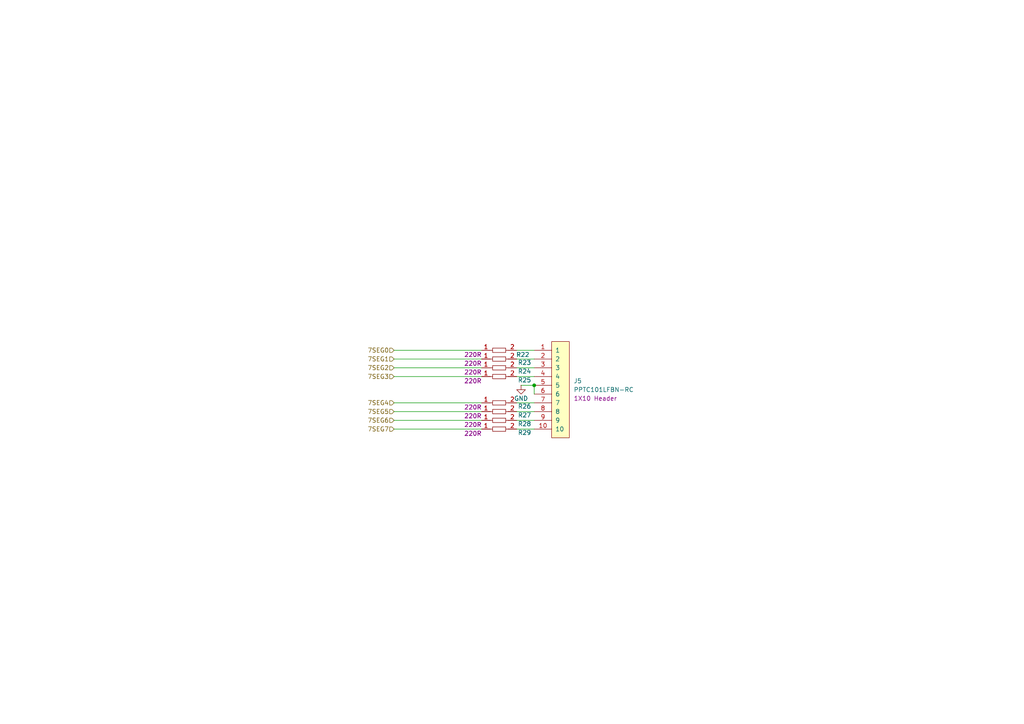
<source format=kicad_sch>
(kicad_sch (version 20231120) (generator "eeschema") (generator_version "8.0")
  (paper "A4")
  (lib_symbols
    (symbol "AVR-KiCAD-Lib-Connectors:PPTC101LFBN-RC" (pin_names (offset 1.016))
      (property "Reference" "J" (at -2.54 2.54 0))
      (property "Value" "PPTC101LFBN-RC" (at 8.89 -29.21 0))
      (property "_Value_" "1X10 Header" (at 5.08 -26.67 0))
      (symbol "PPTC101LFBN-RC_0_1"
        (rectangle (start 0 2.54) (end 5.08 -25.4) (fill (type background)))
      )
      (symbol "PPTC101LFBN-RC_1_1"
        (pin passive line (at -5.08 0 0) (length 5.08) (name "1") (number "1"))
        (pin passive line (at -5.08 -22.86 0) (length 5.08) (name "10") (number "10"))
        (pin passive line (at -5.08 -2.54 0) (length 5.08) (name "2") (number "2"))
        (pin passive line (at -5.08 -5.08 0) (length 5.08) (name "3") (number "3"))
        (pin passive line (at -5.08 -7.62 0) (length 5.08) (name "4") (number "4"))
        (pin passive line (at -5.08 -10.16 0) (length 5.08) (name "5") (number "5"))
        (pin passive line (at -5.08 -12.7 0) (length 5.08) (name "6") (number "6"))
        (pin passive line (at -5.08 -15.24 0) (length 5.08) (name "7") (number "7"))
        (pin passive line (at -5.08 -17.78 0) (length 5.08) (name "8") (number "8"))
        (pin passive line (at -5.08 -20.32 0) (length 5.08) (name "9") (number "9"))
      )
    )
    (symbol "AVR-KiCAD-Lib-Resistors:RC0402FR-07220RL" (pin_names (offset 1.016))
      (property "Reference" "R" (at -2.54 2.54 0))
      (property "Value" "RC0402FR-07220RL" (at 1.27 5.08 0))
      (property "_Value_" "220R" (at 58.42 63.5 0))
      (symbol "RC0402FR-07220RL_0_1"
        (rectangle (start -1.905 0.635) (end 1.905 -0.635))
        (polyline (pts (xy -2.54 0) (xy -1.905 0)))
        (polyline (pts (xy -1.905 0) (xy -1.905 0)))
        (polyline (pts (xy 1.905 0) (xy 1.905 0)))
        (polyline (pts (xy 2.54 0) (xy 1.905 0)))
      )
      (symbol "RC0402FR-07220RL_1_1"
        (pin passive line (at -5.08 0 0) (length 2.5146) (name "~") (number "1"))
        (pin passive line (at 5.08 0 180) (length 2.5146) (name "~") (number "2"))
      )
    )
    (symbol "power:GND" (power) (pin_numbers hide) (pin_names (offset 0) hide)
      (property "Value" "GND" (at 0 -3.81 0))
      (symbol "GND_0_1"
        (polyline (pts (xy 0 0) (xy 0 -1.27) (xy 1.27 -1.27) (xy 0 -2.54) (xy -1.27 -1.27) (xy 0 -1.27)))
      )
      (symbol "GND_1_1"
        (pin power_in line (at 0 0 270) (length 0) (name "~") (number "1"))
      )
    )
  )
  (junction (at 154.94 111.76))
  (wire (pts (xy 151.13 111.76) (xy 154.94 111.76)))
  (wire (pts (xy 114.3 119.38) (xy 139.7 119.38)))
  (wire (pts (xy 114.3 104.14) (xy 139.7 104.14)))
  (wire (pts (xy 114.3 101.6) (xy 139.7 101.6)))
  (wire (pts (xy 149.86 106.68) (xy 154.94 106.68)))
  (wire (pts (xy 149.86 101.6) (xy 154.94 101.6)))
  (wire (pts (xy 149.86 116.84) (xy 154.94 116.84)))
  (wire (pts (xy 114.3 106.68) (xy 139.7 106.68)))
  (wire (pts (xy 114.3 124.46) (xy 139.7 124.46)))
  (wire (pts (xy 149.86 109.22) (xy 154.94 109.22)))
  (wire (pts (xy 154.94 111.76) (xy 154.94 114.3)))
  (wire (pts (xy 114.3 116.84) (xy 139.7 116.84)))
  (wire (pts (xy 149.86 124.46) (xy 154.94 124.46)))
  (wire (pts (xy 149.86 104.14) (xy 154.94 104.14)))
  (wire (pts (xy 149.86 121.92) (xy 154.94 121.92)))
  (wire (pts (xy 114.3 109.22) (xy 139.7 109.22)))
  (wire (pts (xy 149.86 119.38) (xy 154.94 119.38)))
  (wire (pts (xy 114.3 121.92) (xy 139.7 121.92)))
  (hierarchical_label "7SEG6" (shape input) (at 114.3 121.92 180))
  (hierarchical_label "7SEG2" (shape input) (at 114.3 106.68 180))
  (hierarchical_label "7SEG4" (shape input) (at 114.3 116.84 180))
  (hierarchical_label "7SEG5" (shape input) (at 114.3 119.38 180))
  (hierarchical_label "7SEG0" (shape input) (at 114.3 101.6 180))
  (hierarchical_label "7SEG7" (shape input) (at 114.3 124.46 180))
  (hierarchical_label "7SEG3" (shape input) (at 114.3 109.22 180))
  (hierarchical_label "7SEG1" (shape input) (at 114.3 104.14 180))
  (symbol (lib_id "AVR-KiCAD-Lib-Resistors:RC0402FR-07220RL") (at 144.78 121.92 0) (unit 1)
    (property "Reference" "R28" (at 152.146 122.936 0))
    (property "Value" "RC0402FR-07220RL" (effects (hide yes)))
    (property "Footprint" "AVR-KiCAD-Lib-Resistors:R0402" (effects (hide yes)))
    (property "Datasheet" "https://www.yageo.com/upload/media/product/productsearch/datasheet/rchip/PYu-RC_Group_51_RoHS_L_10.pdf" (effects (hide yes)))
    (property "Description" "220 Ohms ±1% 0.063W, 1/16W Chip Resistor 0402 (1005 Metric) Moisture Resistant Thick Film" (effects (hide yes)))
    (property "Cost QTY: 1" "0.10000" (effects (hide yes)))
    (property "Cost QTY: 1000" "0.00289" (effects (hide yes)))
    (property "Cost QTY: 2500" "0.00251" (effects (hide yes)))
    (property "Cost QTY: 5000" "0.00207" (effects (hide yes)))
    (property "Cost QTY: 10000" "0.00163" (effects (hide yes)))
    (property "MFR" "Yageo" (effects (hide yes)))
    (property "MFR#" "RC0402FR-07220RL" (effects (hide yes)))
    (property "Vendor" "Yageo" (effects (hide yes)))
    (property "Vendor #" "311-220LRCT-ND" (effects (hide yes)))
    (property "Designer" "AVR" (effects (hide yes)))
    (property "Height" "0.4mm" (effects (hide yes)))
    (property "Date Created" "12/13/2019" (effects (hide yes)))
    (property "Date Modified" "12/13/2019" (effects (hide yes)))
    (property "Lead-Free ?" "Yes" (effects (hide yes)))
    (property "RoHS Levels" "1" (effects (hide yes)))
    (property "Mounting" "SMT" (effects (hide yes)))
    (property "Pin Count #" "2" (effects (hide yes)))
    (property "Status" "Active" (effects (hide yes)))
    (property "Tolerance" "1%" (effects (hide yes)))
    (property "Type" "Thick Film Resistor" (effects (hide yes)))
    (property "Voltage" "*" (effects (hide yes)))
    (property "Package" "0402" (effects (hide yes)))
    (property "_Value_" "220R" (at 137.16 123.19 0))
    (property "Management_ID" "*" (effects (hide yes)))
  )
  (symbol (lib_id "AVR-KiCAD-Lib-Resistors:RC0402FR-07220RL") (at 144.78 124.46 0) (unit 1)
    (property "Reference" "R29" (at 152.146 125.476 0))
    (property "Value" "RC0402FR-07220RL" (effects (hide yes)))
    (property "Footprint" "AVR-KiCAD-Lib-Resistors:R0402" (effects (hide yes)))
    (property "Datasheet" "https://www.yageo.com/upload/media/product/productsearch/datasheet/rchip/PYu-RC_Group_51_RoHS_L_10.pdf" (effects (hide yes)))
    (property "Description" "220 Ohms ±1% 0.063W, 1/16W Chip Resistor 0402 (1005 Metric) Moisture Resistant Thick Film" (effects (hide yes)))
    (property "Cost QTY: 1" "0.10000" (effects (hide yes)))
    (property "Cost QTY: 1000" "0.00289" (effects (hide yes)))
    (property "Cost QTY: 2500" "0.00251" (effects (hide yes)))
    (property "Cost QTY: 5000" "0.00207" (effects (hide yes)))
    (property "Cost QTY: 10000" "0.00163" (effects (hide yes)))
    (property "MFR" "Yageo" (effects (hide yes)))
    (property "MFR#" "RC0402FR-07220RL" (effects (hide yes)))
    (property "Vendor" "Yageo" (effects (hide yes)))
    (property "Vendor #" "311-220LRCT-ND" (effects (hide yes)))
    (property "Designer" "AVR" (effects (hide yes)))
    (property "Height" "0.4mm" (effects (hide yes)))
    (property "Date Created" "12/13/2019" (effects (hide yes)))
    (property "Date Modified" "12/13/2019" (effects (hide yes)))
    (property "Lead-Free ?" "Yes" (effects (hide yes)))
    (property "RoHS Levels" "1" (effects (hide yes)))
    (property "Mounting" "SMT" (effects (hide yes)))
    (property "Pin Count #" "2" (effects (hide yes)))
    (property "Status" "Active" (effects (hide yes)))
    (property "Tolerance" "1%" (effects (hide yes)))
    (property "Type" "Thick Film Resistor" (effects (hide yes)))
    (property "Voltage" "*" (effects (hide yes)))
    (property "Package" "0402" (effects (hide yes)))
    (property "_Value_" "220R" (at 137.16 125.73 0))
    (property "Management_ID" "*" (effects (hide yes)))
  )
  (symbol (lib_id "AVR-KiCAD-Lib-Resistors:RC0402FR-07220RL") (at 144.78 101.6 0) (unit 1)
    (property "Reference" "R22" (at 151.638 102.87 0))
    (property "Value" "RC0402FR-07220RL" (effects (hide yes)))
    (property "Footprint" "AVR-KiCAD-Lib-Resistors:R0402" (effects (hide yes)))
    (property "Datasheet" "https://www.yageo.com/upload/media/product/productsearch/datasheet/rchip/PYu-RC_Group_51_RoHS_L_10.pdf" (effects (hide yes)))
    (property "Description" "220 Ohms ±1% 0.063W, 1/16W Chip Resistor 0402 (1005 Metric) Moisture Resistant Thick Film" (effects (hide yes)))
    (property "Cost QTY: 1" "0.10000" (effects (hide yes)))
    (property "Cost QTY: 1000" "0.00289" (effects (hide yes)))
    (property "Cost QTY: 2500" "0.00251" (effects (hide yes)))
    (property "Cost QTY: 5000" "0.00207" (effects (hide yes)))
    (property "Cost QTY: 10000" "0.00163" (effects (hide yes)))
    (property "MFR" "Yageo" (effects (hide yes)))
    (property "MFR#" "RC0402FR-07220RL" (effects (hide yes)))
    (property "Vendor" "Yageo" (effects (hide yes)))
    (property "Vendor #" "311-220LRCT-ND" (effects (hide yes)))
    (property "Designer" "AVR" (effects (hide yes)))
    (property "Height" "0.4mm" (effects (hide yes)))
    (property "Date Created" "12/13/2019" (effects (hide yes)))
    (property "Date Modified" "12/13/2019" (effects (hide yes)))
    (property "Lead-Free ?" "Yes" (effects (hide yes)))
    (property "RoHS Levels" "1" (effects (hide yes)))
    (property "Mounting" "SMT" (effects (hide yes)))
    (property "Pin Count #" "2" (effects (hide yes)))
    (property "Status" "Active" (effects (hide yes)))
    (property "Tolerance" "1%" (effects (hide yes)))
    (property "Type" "Thick Film Resistor" (effects (hide yes)))
    (property "Voltage" "*" (effects (hide yes)))
    (property "Package" "0402" (effects (hide yes)))
    (property "_Value_" "220R" (at 137.16 102.87 0))
    (property "Management_ID" "*" (effects (hide yes)))
  )
  (symbol (lib_id "AVR-KiCAD-Lib-Resistors:RC0402FR-07220RL") (at 144.78 104.14 0) (unit 1)
    (property "Reference" "R23" (at 152.146 105.156 0))
    (property "Value" "RC0402FR-07220RL" (effects (hide yes)))
    (property "Footprint" "AVR-KiCAD-Lib-Resistors:R0402" (effects (hide yes)))
    (property "Datasheet" "https://www.yageo.com/upload/media/product/productsearch/datasheet/rchip/PYu-RC_Group_51_RoHS_L_10.pdf" (effects (hide yes)))
    (property "Description" "220 Ohms ±1% 0.063W, 1/16W Chip Resistor 0402 (1005 Metric) Moisture Resistant Thick Film" (effects (hide yes)))
    (property "Cost QTY: 1" "0.10000" (effects (hide yes)))
    (property "Cost QTY: 1000" "0.00289" (effects (hide yes)))
    (property "Cost QTY: 2500" "0.00251" (effects (hide yes)))
    (property "Cost QTY: 5000" "0.00207" (effects (hide yes)))
    (property "Cost QTY: 10000" "0.00163" (effects (hide yes)))
    (property "MFR" "Yageo" (effects (hide yes)))
    (property "MFR#" "RC0402FR-07220RL" (effects (hide yes)))
    (property "Vendor" "Yageo" (effects (hide yes)))
    (property "Vendor #" "311-220LRCT-ND" (effects (hide yes)))
    (property "Designer" "AVR" (effects (hide yes)))
    (property "Height" "0.4mm" (effects (hide yes)))
    (property "Date Created" "12/13/2019" (effects (hide yes)))
    (property "Date Modified" "12/13/2019" (effects (hide yes)))
    (property "Lead-Free ?" "Yes" (effects (hide yes)))
    (property "RoHS Levels" "1" (effects (hide yes)))
    (property "Mounting" "SMT" (effects (hide yes)))
    (property "Pin Count #" "2" (effects (hide yes)))
    (property "Status" "Active" (effects (hide yes)))
    (property "Tolerance" "1%" (effects (hide yes)))
    (property "Type" "Thick Film Resistor" (effects (hide yes)))
    (property "Voltage" "*" (effects (hide yes)))
    (property "Package" "0402" (effects (hide yes)))
    (property "_Value_" "220R" (at 137.16 105.41 0))
    (property "Management_ID" "*" (effects (hide yes)))
  )
  (symbol (lib_id "AVR-KiCAD-Lib-Connectors:PPTC101LFBN-RC") (at 160.02 101.6 0) (unit 1)
    (property "Reference" "J5" (at 166.37 110.4899 0) (effects (justify left)))
    (property "Value" "PPTC101LFBN-RC" (at 166.37 113.0299 0) (effects (justify left)))
    (property "Footprint" "AVR-KiCAD-Lib-Connectors:Female_Header_Straight_1x10_Pitch2.54mm" (effects (hide yes)))
    (property "Datasheet" "https://media.digikey.com/pdf/Data%20Sheets/Sullins%20PDFs/Female_Headers.100_DS.pdf" (effects (hide yes)))
    (property "Description" "10 Position Header Connector  Through Hole" (effects (hide yes)))
    (property "Cost QTY: 1" "0.65000" (effects (hide yes)))
    (property "Cost QTY: 1000" "0.36000" (effects (hide yes)))
    (property "Cost QTY: 2500" "*" (effects (hide yes)))
    (property "Cost QTY: 5000" "0.32500" (effects (hide yes)))
    (property "Cost QTY: 10000" "*" (effects (hide yes)))
    (property "MFR" "Sullins Connector Solutions" (effects (hide yes)))
    (property "MFR#" "PPTC101LFBN-RC" (effects (hide yes)))
    (property "Vendor" "Digikey" (effects (hide yes)))
    (property "Vendor #" "S7008-ND" (effects (hide yes)))
    (property "Designer" "AVR" (effects (hide yes)))
    (property "Height" "8.5mm" (effects (hide yes)))
    (property "Date Created" "5/14/2020" (effects (hide yes)))
    (property "Date Modified" "5/14/2020" (effects (hide yes)))
    (property "Lead-Free ?" "Yes" (effects (hide yes)))
    (property "RoHS Levels" "1" (effects (hide yes)))
    (property "Mounting" "ThroughHole" (effects (hide yes)))
    (property "Pin Count #" "10" (effects (hide yes)))
    (property "Status" "Active" (effects (hide yes)))
    (property "Tolerance" "*" (effects (hide yes)))
    (property "Type" "2.54mm Header Female" (effects (hide yes)))
    (property "Voltage" "250V" (effects (hide yes)))
    (property "Package" "*" (effects (hide yes)))
    (property "_Value_" "1X10 Header" (at 166.37 115.5699 0) (effects (justify left)))
    (property "Management_ID" "*" (effects (hide yes)))
  )
  (symbol (lib_id "AVR-KiCAD-Lib-Resistors:RC0402FR-07220RL") (at 144.78 119.38 0) (unit 1)
    (property "Reference" "R27" (at 152.146 120.396 0))
    (property "Value" "RC0402FR-07220RL" (effects (hide yes)))
    (property "Footprint" "AVR-KiCAD-Lib-Resistors:R0402" (effects (hide yes)))
    (property "Datasheet" "https://www.yageo.com/upload/media/product/productsearch/datasheet/rchip/PYu-RC_Group_51_RoHS_L_10.pdf" (effects (hide yes)))
    (property "Description" "220 Ohms ±1% 0.063W, 1/16W Chip Resistor 0402 (1005 Metric) Moisture Resistant Thick Film" (effects (hide yes)))
    (property "Cost QTY: 1" "0.10000" (effects (hide yes)))
    (property "Cost QTY: 1000" "0.00289" (effects (hide yes)))
    (property "Cost QTY: 2500" "0.00251" (effects (hide yes)))
    (property "Cost QTY: 5000" "0.00207" (effects (hide yes)))
    (property "Cost QTY: 10000" "0.00163" (effects (hide yes)))
    (property "MFR" "Yageo" (effects (hide yes)))
    (property "MFR#" "RC0402FR-07220RL" (effects (hide yes)))
    (property "Vendor" "Yageo" (effects (hide yes)))
    (property "Vendor #" "311-220LRCT-ND" (effects (hide yes)))
    (property "Designer" "AVR" (effects (hide yes)))
    (property "Height" "0.4mm" (effects (hide yes)))
    (property "Date Created" "12/13/2019" (effects (hide yes)))
    (property "Date Modified" "12/13/2019" (effects (hide yes)))
    (property "Lead-Free ?" "Yes" (effects (hide yes)))
    (property "RoHS Levels" "1" (effects (hide yes)))
    (property "Mounting" "SMT" (effects (hide yes)))
    (property "Pin Count #" "2" (effects (hide yes)))
    (property "Status" "Active" (effects (hide yes)))
    (property "Tolerance" "1%" (effects (hide yes)))
    (property "Type" "Thick Film Resistor" (effects (hide yes)))
    (property "Voltage" "*" (effects (hide yes)))
    (property "Package" "0402" (effects (hide yes)))
    (property "_Value_" "220R" (at 137.16 120.65 0))
    (property "Management_ID" "*" (effects (hide yes)))
  )
  (symbol (lib_id "power:GND") (at 151.13 111.76 0) (unit 1)
    (property "Reference" "#PWR043" (effects (hide yes)))
    (property "Value" "GND" (at 151.13 115.57 0))
    (property "Description" "Power symbol creates a global label with name \"GND\" , ground" (effects (hide yes)))
  )
  (symbol (lib_id "AVR-KiCAD-Lib-Resistors:RC0402FR-07220RL") (at 144.78 109.22 0) (unit 1)
    (property "Reference" "R25" (at 152.146 110.236 0))
    (property "Value" "RC0402FR-07220RL" (effects (hide yes)))
    (property "Footprint" "AVR-KiCAD-Lib-Resistors:R0402" (effects (hide yes)))
    (property "Datasheet" "https://www.yageo.com/upload/media/product/productsearch/datasheet/rchip/PYu-RC_Group_51_RoHS_L_10.pdf" (effects (hide yes)))
    (property "Description" "220 Ohms ±1% 0.063W, 1/16W Chip Resistor 0402 (1005 Metric) Moisture Resistant Thick Film" (effects (hide yes)))
    (property "Cost QTY: 1" "0.10000" (effects (hide yes)))
    (property "Cost QTY: 1000" "0.00289" (effects (hide yes)))
    (property "Cost QTY: 2500" "0.00251" (effects (hide yes)))
    (property "Cost QTY: 5000" "0.00207" (effects (hide yes)))
    (property "Cost QTY: 10000" "0.00163" (effects (hide yes)))
    (property "MFR" "Yageo" (effects (hide yes)))
    (property "MFR#" "RC0402FR-07220RL" (effects (hide yes)))
    (property "Vendor" "Yageo" (effects (hide yes)))
    (property "Vendor #" "311-220LRCT-ND" (effects (hide yes)))
    (property "Designer" "AVR" (effects (hide yes)))
    (property "Height" "0.4mm" (effects (hide yes)))
    (property "Date Created" "12/13/2019" (effects (hide yes)))
    (property "Date Modified" "12/13/2019" (effects (hide yes)))
    (property "Lead-Free ?" "Yes" (effects (hide yes)))
    (property "RoHS Levels" "1" (effects (hide yes)))
    (property "Mounting" "SMT" (effects (hide yes)))
    (property "Pin Count #" "2" (effects (hide yes)))
    (property "Status" "Active" (effects (hide yes)))
    (property "Tolerance" "1%" (effects (hide yes)))
    (property "Type" "Thick Film Resistor" (effects (hide yes)))
    (property "Voltage" "*" (effects (hide yes)))
    (property "Package" "0402" (effects (hide yes)))
    (property "_Value_" "220R" (at 137.16 110.49 0))
    (property "Management_ID" "*" (effects (hide yes)))
  )
  (symbol (lib_id "AVR-KiCAD-Lib-Resistors:RC0402FR-07220RL") (at 144.78 116.84 0) (unit 1)
    (property "Reference" "R26" (at 152.146 117.856 0))
    (property "Value" "RC0402FR-07220RL" (effects (hide yes)))
    (property "Footprint" "AVR-KiCAD-Lib-Resistors:R0402" (effects (hide yes)))
    (property "Datasheet" "https://www.yageo.com/upload/media/product/productsearch/datasheet/rchip/PYu-RC_Group_51_RoHS_L_10.pdf" (effects (hide yes)))
    (property "Description" "220 Ohms ±1% 0.063W, 1/16W Chip Resistor 0402 (1005 Metric) Moisture Resistant Thick Film" (effects (hide yes)))
    (property "Cost QTY: 1" "0.10000" (effects (hide yes)))
    (property "Cost QTY: 1000" "0.00289" (effects (hide yes)))
    (property "Cost QTY: 2500" "0.00251" (effects (hide yes)))
    (property "Cost QTY: 5000" "0.00207" (effects (hide yes)))
    (property "Cost QTY: 10000" "0.00163" (effects (hide yes)))
    (property "MFR" "Yageo" (effects (hide yes)))
    (property "MFR#" "RC0402FR-07220RL" (effects (hide yes)))
    (property "Vendor" "Yageo" (effects (hide yes)))
    (property "Vendor #" "311-220LRCT-ND" (effects (hide yes)))
    (property "Designer" "AVR" (effects (hide yes)))
    (property "Height" "0.4mm" (effects (hide yes)))
    (property "Date Created" "12/13/2019" (effects (hide yes)))
    (property "Date Modified" "12/13/2019" (effects (hide yes)))
    (property "Lead-Free ?" "Yes" (effects (hide yes)))
    (property "RoHS Levels" "1" (effects (hide yes)))
    (property "Mounting" "SMT" (effects (hide yes)))
    (property "Pin Count #" "2" (effects (hide yes)))
    (property "Status" "Active" (effects (hide yes)))
    (property "Tolerance" "1%" (effects (hide yes)))
    (property "Type" "Thick Film Resistor" (effects (hide yes)))
    (property "Voltage" "*" (effects (hide yes)))
    (property "Package" "0402" (effects (hide yes)))
    (property "_Value_" "220R" (at 137.16 118.11 0))
    (property "Management_ID" "*" (effects (hide yes)))
  )
  (symbol (lib_id "AVR-KiCAD-Lib-Resistors:RC0402FR-07220RL") (at 144.78 106.68 0) (unit 1)
    (property "Reference" "R24" (at 152.146 107.696 0))
    (property "Value" "RC0402FR-07220RL" (effects (hide yes)))
    (property "Footprint" "AVR-KiCAD-Lib-Resistors:R0402" (effects (hide yes)))
    (property "Datasheet" "https://www.yageo.com/upload/media/product/productsearch/datasheet/rchip/PYu-RC_Group_51_RoHS_L_10.pdf" (effects (hide yes)))
    (property "Description" "220 Ohms ±1% 0.063W, 1/16W Chip Resistor 0402 (1005 Metric) Moisture Resistant Thick Film" (effects (hide yes)))
    (property "Cost QTY: 1" "0.10000" (effects (hide yes)))
    (property "Cost QTY: 1000" "0.00289" (effects (hide yes)))
    (property "Cost QTY: 2500" "0.00251" (effects (hide yes)))
    (property "Cost QTY: 5000" "0.00207" (effects (hide yes)))
    (property "Cost QTY: 10000" "0.00163" (effects (hide yes)))
    (property "MFR" "Yageo" (effects (hide yes)))
    (property "MFR#" "RC0402FR-07220RL" (effects (hide yes)))
    (property "Vendor" "Yageo" (effects (hide yes)))
    (property "Vendor #" "311-220LRCT-ND" (effects (hide yes)))
    (property "Designer" "AVR" (effects (hide yes)))
    (property "Height" "0.4mm" (effects (hide yes)))
    (property "Date Created" "12/13/2019" (effects (hide yes)))
    (property "Date Modified" "12/13/2019" (effects (hide yes)))
    (property "Lead-Free ?" "Yes" (effects (hide yes)))
    (property "RoHS Levels" "1" (effects (hide yes)))
    (property "Mounting" "SMT" (effects (hide yes)))
    (property "Pin Count #" "2" (effects (hide yes)))
    (property "Status" "Active" (effects (hide yes)))
    (property "Tolerance" "1%" (effects (hide yes)))
    (property "Type" "Thick Film Resistor" (effects (hide yes)))
    (property "Voltage" "*" (effects (hide yes)))
    (property "Package" "0402" (effects (hide yes)))
    (property "_Value_" "220R" (at 137.16 107.95 0))
    (property "Management_ID" "*" (effects (hide yes)))
  )
)
</source>
